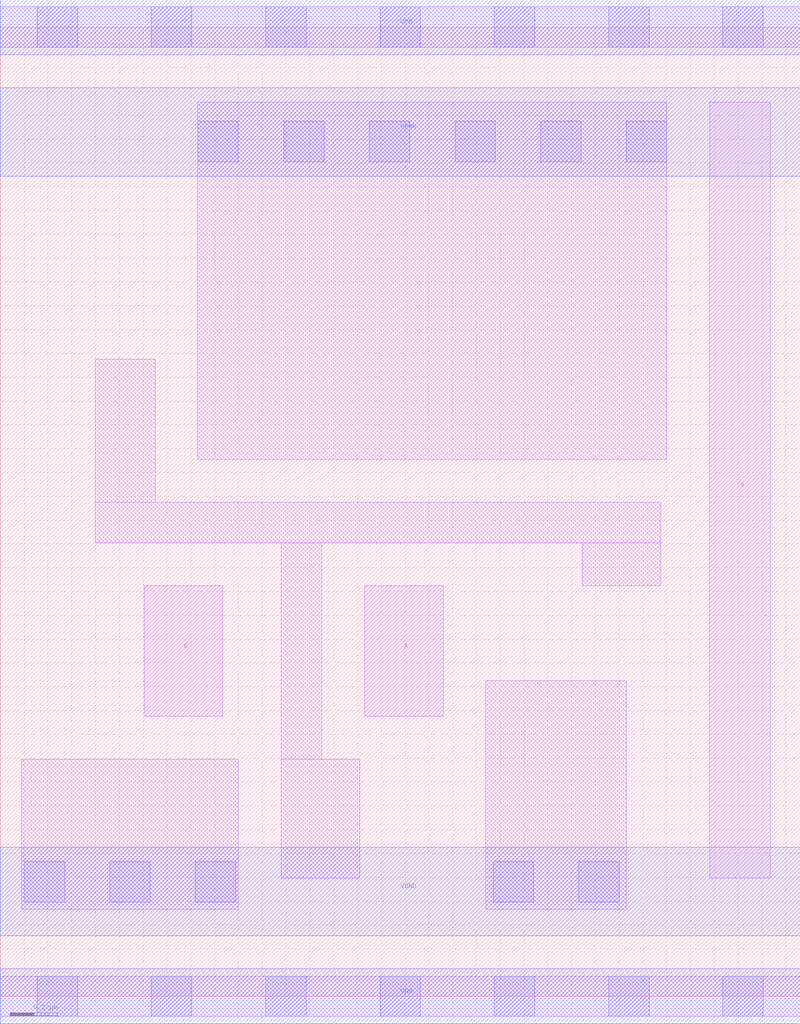
<source format=lef>
# Copyright 2020 The SkyWater PDK Authors
#
# Licensed under the Apache License, Version 2.0 (the "License");
# you may not use this file except in compliance with the License.
# You may obtain a copy of the License at
#
#     https://www.apache.org/licenses/LICENSE-2.0
#
# Unless required by applicable law or agreed to in writing, software
# distributed under the License is distributed on an "AS IS" BASIS,
# WITHOUT WARRANTIES OR CONDITIONS OF ANY KIND, either express or implied.
# See the License for the specific language governing permissions and
# limitations under the License.
#
# SPDX-License-Identifier: Apache-2.0

VERSION 5.7 ;
  NAMESCASESENSITIVE ON ;
  NOWIREEXTENSIONATPIN ON ;
  DIVIDERCHAR "/" ;
  BUSBITCHARS "[]" ;
UNITS
  DATABASE MICRONS 200 ;
END UNITS
MACRO sky130_fd_sc_hvl__or2_1
  CLASS CORE ;
  FOREIGN sky130_fd_sc_hvl__or2_1 ;
  ORIGIN  0.000000  0.000000 ;
  SIZE  3.360000 BY  4.070000 ;
  SYMMETRY X Y ;
  SITE unithv ;
  PIN A
    ANTENNAGATEAREA  0.420000 ;
    DIRECTION INPUT ;
    USE SIGNAL ;
    PORT
      LAYER li1 ;
        RECT 1.530000 1.175000 1.860000 1.725000 ;
    END
  END A
  PIN B
    ANTENNAGATEAREA  0.420000 ;
    DIRECTION INPUT ;
    USE SIGNAL ;
    PORT
      LAYER li1 ;
        RECT 0.605000 1.175000 0.935000 1.725000 ;
    END
  END B
  PIN X
    ANTENNADIFFAREA  0.641250 ;
    DIRECTION OUTPUT ;
    USE SIGNAL ;
    PORT
      LAYER li1 ;
        RECT 2.980000 0.495000 3.235000 3.755000 ;
    END
  END X
  PIN VGND
    DIRECTION INOUT ;
    USE GROUND ;
    PORT
      LAYER met1 ;
        RECT 0.000000 0.255000 3.360000 0.625000 ;
    END
  END VGND
  PIN VNB
    DIRECTION INOUT ;
    USE GROUND ;
    PORT
      LAYER met1 ;
        RECT 0.000000 -0.115000 3.360000 0.115000 ;
    END
  END VNB
  PIN VPB
    DIRECTION INOUT ;
    USE POWER ;
    PORT
      LAYER met1 ;
        RECT 0.000000 3.955000 3.360000 4.185000 ;
    END
  END VPB
  PIN VPWR
    DIRECTION INOUT ;
    USE POWER ;
    PORT
      LAYER met1 ;
        RECT 0.000000 3.445000 3.360000 3.815000 ;
    END
  END VPWR
  OBS
    LAYER li1 ;
      RECT 0.000000 -0.085000 3.360000 0.085000 ;
      RECT 0.000000  3.985000 3.360000 4.155000 ;
      RECT 0.090000  0.365000 1.000000 0.995000 ;
      RECT 0.400000  1.905000 2.775000 2.075000 ;
      RECT 0.400000  2.075000 0.650000 2.675000 ;
      RECT 0.830000  2.255000 2.800000 3.755000 ;
      RECT 1.180000  0.495000 1.510000 0.995000 ;
      RECT 1.180000  0.995000 1.350000 1.905000 ;
      RECT 2.040000  0.365000 2.630000 1.325000 ;
      RECT 2.445000  1.725000 2.775000 1.905000 ;
    LAYER mcon ;
      RECT 0.100000  0.395000 0.270000 0.565000 ;
      RECT 0.155000 -0.085000 0.325000 0.085000 ;
      RECT 0.155000  3.985000 0.325000 4.155000 ;
      RECT 0.460000  0.395000 0.630000 0.565000 ;
      RECT 0.635000 -0.085000 0.805000 0.085000 ;
      RECT 0.635000  3.985000 0.805000 4.155000 ;
      RECT 0.820000  0.395000 0.990000 0.565000 ;
      RECT 0.830000  3.505000 1.000000 3.675000 ;
      RECT 1.115000 -0.085000 1.285000 0.085000 ;
      RECT 1.115000  3.985000 1.285000 4.155000 ;
      RECT 1.190000  3.505000 1.360000 3.675000 ;
      RECT 1.550000  3.505000 1.720000 3.675000 ;
      RECT 1.595000 -0.085000 1.765000 0.085000 ;
      RECT 1.595000  3.985000 1.765000 4.155000 ;
      RECT 1.910000  3.505000 2.080000 3.675000 ;
      RECT 2.070000  0.395000 2.240000 0.565000 ;
      RECT 2.075000 -0.085000 2.245000 0.085000 ;
      RECT 2.075000  3.985000 2.245000 4.155000 ;
      RECT 2.270000  3.505000 2.440000 3.675000 ;
      RECT 2.430000  0.395000 2.600000 0.565000 ;
      RECT 2.555000 -0.085000 2.725000 0.085000 ;
      RECT 2.555000  3.985000 2.725000 4.155000 ;
      RECT 2.630000  3.505000 2.800000 3.675000 ;
      RECT 3.035000 -0.085000 3.205000 0.085000 ;
      RECT 3.035000  3.985000 3.205000 4.155000 ;
  END
END sky130_fd_sc_hvl__or2_1
END LIBRARY

</source>
